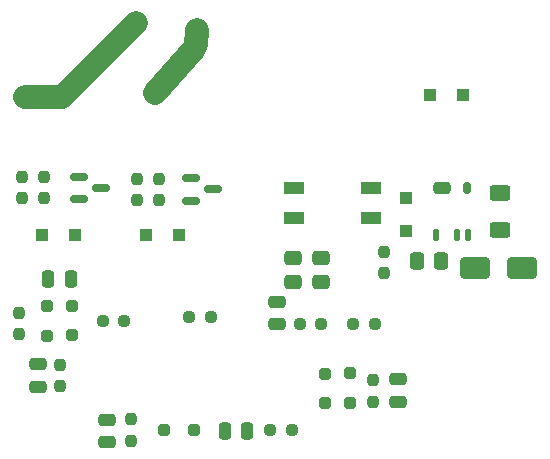
<source format=gbp>
G04 #@! TF.GenerationSoftware,KiCad,Pcbnew,8.0.8*
G04 #@! TF.CreationDate,2025-02-21T01:15:49+03:00*
G04 #@! TF.ProjectId,SMHome_2RelayBoardRound_ESP1M_v7,534d486f-6d65-45f3-9252-656c6179426f,12*
G04 #@! TF.SameCoordinates,Original*
G04 #@! TF.FileFunction,Paste,Bot*
G04 #@! TF.FilePolarity,Positive*
%FSLAX46Y46*%
G04 Gerber Fmt 4.6, Leading zero omitted, Abs format (unit mm)*
G04 Created by KiCad (PCBNEW 8.0.8) date 2025-02-21 01:15:49*
%MOMM*%
%LPD*%
G01*
G04 APERTURE LIST*
G04 Aperture macros list*
%AMRoundRect*
0 Rectangle with rounded corners*
0 $1 Rounding radius*
0 $2 $3 $4 $5 $6 $7 $8 $9 X,Y pos of 4 corners*
0 Add a 4 corners polygon primitive as box body*
4,1,4,$2,$3,$4,$5,$6,$7,$8,$9,$2,$3,0*
0 Add four circle primitives for the rounded corners*
1,1,$1+$1,$2,$3*
1,1,$1+$1,$4,$5*
1,1,$1+$1,$6,$7*
1,1,$1+$1,$8,$9*
0 Add four rect primitives between the rounded corners*
20,1,$1+$1,$2,$3,$4,$5,0*
20,1,$1+$1,$4,$5,$6,$7,0*
20,1,$1+$1,$6,$7,$8,$9,0*
20,1,$1+$1,$8,$9,$2,$3,0*%
G04 Aperture macros list end*
%ADD10C,2.000000*%
%ADD11RoundRect,0.250000X0.475870X-0.248340X0.474124X0.251657X-0.475870X0.248340X-0.474124X-0.251657X0*%
%ADD12RoundRect,0.237500X0.250000X0.237500X-0.250000X0.237500X-0.250000X-0.237500X0.250000X-0.237500X0*%
%ADD13RoundRect,0.250000X0.250000X-0.250000X0.250000X0.250000X-0.250000X0.250000X-0.250000X-0.250000X0*%
%ADD14RoundRect,0.250000X-0.475000X0.250000X-0.475000X-0.250000X0.475000X-0.250000X0.475000X0.250000X0*%
%ADD15RoundRect,0.237500X-0.250000X-0.237500X0.250000X-0.237500X0.250000X0.237500X-0.250000X0.237500X0*%
%ADD16RoundRect,0.250000X0.475000X-0.250000X0.475000X0.250000X-0.475000X0.250000X-0.475000X-0.250000X0*%
%ADD17RoundRect,0.250000X-0.250000X0.250000X-0.250000X-0.250000X0.250000X-0.250000X0.250000X0.250000X0*%
%ADD18RoundRect,0.250000X-0.475000X0.337500X-0.475000X-0.337500X0.475000X-0.337500X0.475000X0.337500X0*%
%ADD19RoundRect,0.237500X0.237500X-0.250000X0.237500X0.250000X-0.237500X0.250000X-0.237500X-0.250000X0*%
%ADD20RoundRect,0.250000X-0.300000X-0.300000X0.300000X-0.300000X0.300000X0.300000X-0.300000X0.300000X0*%
%ADD21RoundRect,0.237500X-0.237500X0.250000X-0.237500X-0.250000X0.237500X-0.250000X0.237500X0.250000X0*%
%ADD22RoundRect,0.150000X-0.587500X-0.150000X0.587500X-0.150000X0.587500X0.150000X-0.587500X0.150000X0*%
%ADD23RoundRect,0.250000X0.300000X0.300000X-0.300000X0.300000X-0.300000X-0.300000X0.300000X-0.300000X0*%
%ADD24R,1.700000X1.100000*%
%ADD25RoundRect,0.250000X0.250000X0.475000X-0.250000X0.475000X-0.250000X-0.475000X0.250000X-0.475000X0*%
%ADD26RoundRect,0.250000X0.250000X0.250000X-0.250000X0.250000X-0.250000X-0.250000X0.250000X-0.250000X0*%
%ADD27RoundRect,0.250000X-0.300000X0.300000X-0.300000X-0.300000X0.300000X-0.300000X0.300000X0.300000X0*%
%ADD28RoundRect,0.125000X0.125000X-0.375000X0.125000X0.375000X-0.125000X0.375000X-0.125000X-0.375000X0*%
%ADD29RoundRect,0.250000X-0.475000X-0.250000X0.475000X-0.250000X0.475000X0.250000X-0.475000X0.250000X0*%
%ADD30RoundRect,0.175000X0.175000X-0.325000X0.175000X0.325000X-0.175000X0.325000X-0.175000X-0.325000X0*%
%ADD31RoundRect,0.250000X-0.337500X-0.475000X0.337500X-0.475000X0.337500X0.475000X-0.337500X0.475000X0*%
%ADD32RoundRect,0.250000X-0.625000X0.400000X-0.625000X-0.400000X0.625000X-0.400000X0.625000X0.400000X0*%
%ADD33RoundRect,0.250000X-1.000000X-0.650000X1.000000X-0.650000X1.000000X0.650000X-1.000000X0.650000X0*%
G04 APERTURE END LIST*
D10*
X139979400Y-93116400D02*
X143281400Y-89408000D01*
X132181600Y-93446600D02*
X138379200Y-87223600D01*
X143459200Y-89103200D02*
X143535400Y-87833200D01*
X128981200Y-93497400D02*
X132156200Y-93497400D01*
D11*
X150345916Y-112709994D03*
X150339284Y-110810006D03*
D12*
X151585300Y-121691400D03*
X149760300Y-121691400D03*
D13*
X156540200Y-119385400D03*
X156540200Y-116885400D03*
D14*
X135890000Y-120817600D03*
X135890000Y-122717600D03*
D15*
X156796100Y-112725200D03*
X158621100Y-112725200D03*
D16*
X160604200Y-119288600D03*
X160604200Y-117388600D03*
D17*
X130810000Y-111221201D03*
X130810000Y-113721199D03*
D18*
X154076400Y-107090300D03*
X154076400Y-109165300D03*
D19*
X158419800Y-119301900D03*
X158419800Y-117476900D03*
D20*
X139265200Y-105181400D03*
X142065200Y-105181400D03*
X130400600Y-105181400D03*
X133200600Y-105181400D03*
D21*
X138455400Y-100408100D03*
X138455400Y-102233100D03*
D19*
X140343600Y-102231900D03*
X140343600Y-100406900D03*
D21*
X128498600Y-111761900D03*
X128498600Y-113586900D03*
D19*
X130573600Y-102071900D03*
X130573600Y-100246900D03*
X131953000Y-117981100D03*
X131953000Y-116156100D03*
D22*
X143029700Y-102270600D03*
X143029700Y-100370600D03*
X144904700Y-101320600D03*
D19*
X159359600Y-108405300D03*
X159359600Y-106580300D03*
D23*
X166042800Y-93345000D03*
X163242800Y-93345000D03*
D18*
X151638000Y-107090300D03*
X151638000Y-109165300D03*
D24*
X158258200Y-101224800D03*
X158258200Y-103764800D03*
X151758200Y-103764800D03*
X151758200Y-101224800D03*
D21*
X128703600Y-100246900D03*
X128703600Y-102071900D03*
D25*
X132877600Y-108940600D03*
X130977600Y-108940600D03*
D13*
X154381200Y-119410800D03*
X154381200Y-116910800D03*
D15*
X152249500Y-112725200D03*
X154074500Y-112725200D03*
D26*
X143261399Y-121716800D03*
X140761401Y-121716800D03*
D25*
X147787399Y-121793000D03*
X145887401Y-121793000D03*
D17*
X132994400Y-111170401D03*
X132994400Y-113670399D03*
D27*
X161239200Y-102054200D03*
X161239200Y-104854200D03*
D28*
X166473600Y-105176900D03*
X165573600Y-105176900D03*
X163773600Y-105176900D03*
D29*
X164313600Y-101176900D03*
D30*
X166373600Y-101176900D03*
D15*
X135587100Y-112496600D03*
X137412100Y-112496600D03*
X142902300Y-112141000D03*
X144727300Y-112141000D03*
D31*
X162136100Y-107349400D03*
X164211100Y-107349400D03*
D32*
X169164000Y-101650200D03*
X169164000Y-104750200D03*
D16*
X130124200Y-118018600D03*
X130124200Y-116118600D03*
D19*
X137947400Y-122578500D03*
X137947400Y-120753500D03*
D33*
X167083600Y-108009400D03*
X171083600Y-108009400D03*
D22*
X133580900Y-102169000D03*
X133580900Y-100269000D03*
X135455900Y-101219000D03*
M02*

</source>
